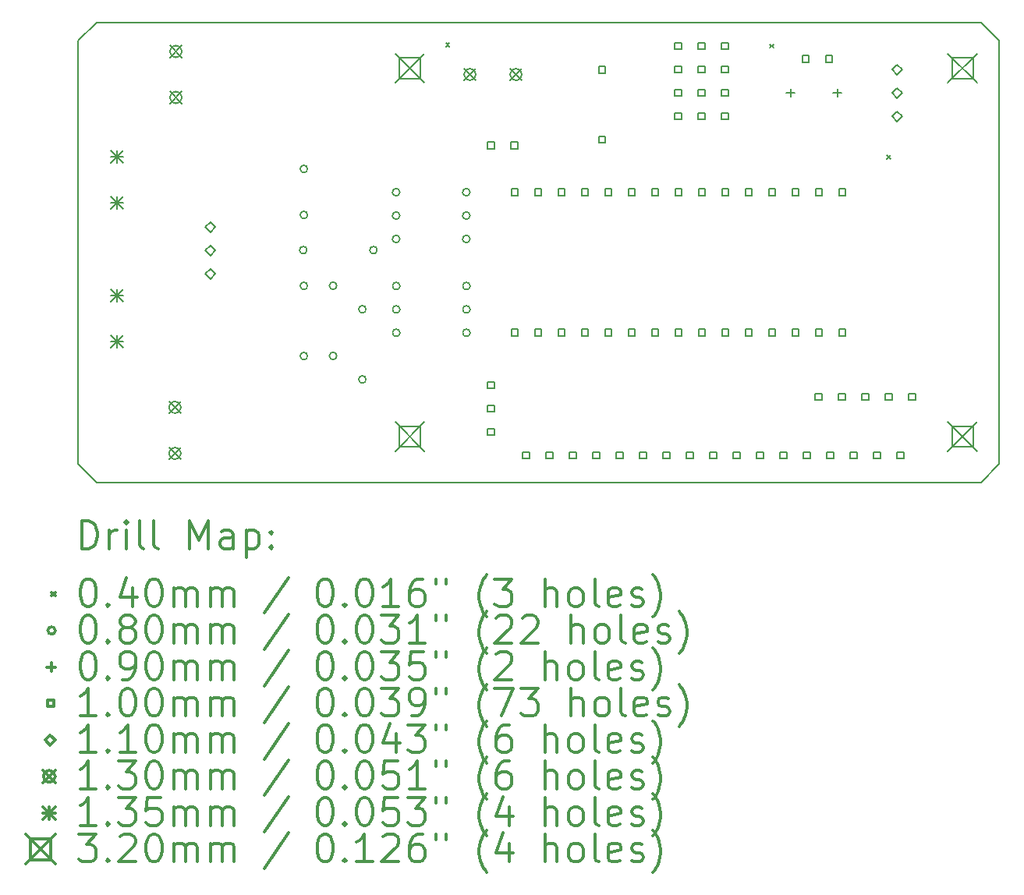
<source format=gbr>
%FSLAX45Y45*%
G04 Gerber Fmt 4.5, Leading zero omitted, Abs format (unit mm)*
G04 Created by KiCad (PCBNEW (5.1.6-0-10_14)) date 2020-05-23 01:17:42*
%MOMM*%
%LPD*%
G01*
G04 APERTURE LIST*
%TA.AperFunction,Profile*%
%ADD10C,0.150000*%
%TD*%
%ADD11C,0.200000*%
%ADD12C,0.300000*%
G04 APERTURE END LIST*
D10*
X19850000Y-11800000D02*
X10250000Y-11800000D01*
X10250000Y-6800000D02*
X19850000Y-6800000D01*
X20050000Y-7000000D02*
X19850000Y-6800000D01*
X20050000Y-11600000D02*
X20050000Y-7000000D01*
X19850000Y-11800000D02*
X20050000Y-11600000D01*
X10050000Y-7000000D02*
X10250000Y-6800000D01*
X10050000Y-11600000D02*
X10250000Y-11800000D01*
X10050000Y-7000000D02*
X10050000Y-11600000D01*
D11*
X14040482Y-7024726D02*
X14080482Y-7064726D01*
X14080482Y-7024726D02*
X14040482Y-7064726D01*
X17558500Y-7039000D02*
X17598500Y-7079000D01*
X17598500Y-7039000D02*
X17558500Y-7079000D01*
X18828500Y-8245500D02*
X18868500Y-8285500D01*
X18868500Y-8245500D02*
X18828500Y-8285500D01*
X12531882Y-9274926D02*
G75*
G03*
X12531882Y-9274926I-40000J0D01*
G01*
X13293882Y-9274926D02*
G75*
G03*
X13293882Y-9274926I-40000J0D01*
G01*
X13539882Y-8646500D02*
G75*
G03*
X13539882Y-8646500I-40000J0D01*
G01*
X13539882Y-8900500D02*
G75*
G03*
X13539882Y-8900500I-40000J0D01*
G01*
X13539882Y-9154500D02*
G75*
G03*
X13539882Y-9154500I-40000J0D01*
G01*
X14301882Y-8646500D02*
G75*
G03*
X14301882Y-8646500I-40000J0D01*
G01*
X14301882Y-8900500D02*
G75*
G03*
X14301882Y-8900500I-40000J0D01*
G01*
X14301882Y-9154500D02*
G75*
G03*
X14301882Y-9154500I-40000J0D01*
G01*
X12538500Y-9662500D02*
G75*
G03*
X12538500Y-9662500I-40000J0D01*
G01*
X12538500Y-10424500D02*
G75*
G03*
X12538500Y-10424500I-40000J0D01*
G01*
X13173500Y-9916500D02*
G75*
G03*
X13173500Y-9916500I-40000J0D01*
G01*
X13173500Y-10678500D02*
G75*
G03*
X13173500Y-10678500I-40000J0D01*
G01*
X13541882Y-9664926D02*
G75*
G03*
X13541882Y-9664926I-40000J0D01*
G01*
X13541882Y-9918926D02*
G75*
G03*
X13541882Y-9918926I-40000J0D01*
G01*
X13541882Y-10172926D02*
G75*
G03*
X13541882Y-10172926I-40000J0D01*
G01*
X14303882Y-9664926D02*
G75*
G03*
X14303882Y-9664926I-40000J0D01*
G01*
X14303882Y-9918926D02*
G75*
G03*
X14303882Y-9918926I-40000J0D01*
G01*
X14303882Y-10172926D02*
G75*
G03*
X14303882Y-10172926I-40000J0D01*
G01*
X12856000Y-9662500D02*
G75*
G03*
X12856000Y-9662500I-40000J0D01*
G01*
X12856000Y-10424500D02*
G75*
G03*
X12856000Y-10424500I-40000J0D01*
G01*
X12538500Y-8392500D02*
G75*
G03*
X12538500Y-8392500I-40000J0D01*
G01*
X12538500Y-8892500D02*
G75*
G03*
X12538500Y-8892500I-40000J0D01*
G01*
X17781882Y-7522000D02*
X17781882Y-7612000D01*
X17736882Y-7567000D02*
X17826882Y-7567000D01*
X18289882Y-7522000D02*
X18289882Y-7612000D01*
X18244882Y-7567000D02*
X18334882Y-7567000D01*
X16597856Y-7094356D02*
X16597856Y-7023644D01*
X16527144Y-7023644D01*
X16527144Y-7094356D01*
X16597856Y-7094356D01*
X16851856Y-7094356D02*
X16851856Y-7023644D01*
X16781144Y-7023644D01*
X16781144Y-7094356D01*
X16851856Y-7094356D01*
X17105856Y-7094356D02*
X17105856Y-7023644D01*
X17035144Y-7023644D01*
X17035144Y-7094356D01*
X17105856Y-7094356D01*
X14822238Y-8681282D02*
X14822238Y-8610570D01*
X14751526Y-8610570D01*
X14751526Y-8681282D01*
X14822238Y-8681282D01*
X14822238Y-10205282D02*
X14822238Y-10134570D01*
X14751526Y-10134570D01*
X14751526Y-10205282D01*
X14822238Y-10205282D01*
X15076238Y-8681282D02*
X15076238Y-8610570D01*
X15005526Y-8610570D01*
X15005526Y-8681282D01*
X15076238Y-8681282D01*
X15076238Y-10205282D02*
X15076238Y-10134570D01*
X15005526Y-10134570D01*
X15005526Y-10205282D01*
X15076238Y-10205282D01*
X15330238Y-8681282D02*
X15330238Y-8610570D01*
X15259526Y-8610570D01*
X15259526Y-8681282D01*
X15330238Y-8681282D01*
X15330238Y-10205282D02*
X15330238Y-10134570D01*
X15259526Y-10134570D01*
X15259526Y-10205282D01*
X15330238Y-10205282D01*
X15584238Y-8681282D02*
X15584238Y-8610570D01*
X15513526Y-8610570D01*
X15513526Y-8681282D01*
X15584238Y-8681282D01*
X15584238Y-10205282D02*
X15584238Y-10134570D01*
X15513526Y-10134570D01*
X15513526Y-10205282D01*
X15584238Y-10205282D01*
X15838238Y-8681282D02*
X15838238Y-8610570D01*
X15767526Y-8610570D01*
X15767526Y-8681282D01*
X15838238Y-8681282D01*
X15838238Y-10205282D02*
X15838238Y-10134570D01*
X15767526Y-10134570D01*
X15767526Y-10205282D01*
X15838238Y-10205282D01*
X16092238Y-8681282D02*
X16092238Y-8610570D01*
X16021526Y-8610570D01*
X16021526Y-8681282D01*
X16092238Y-8681282D01*
X16092238Y-10205282D02*
X16092238Y-10134570D01*
X16021526Y-10134570D01*
X16021526Y-10205282D01*
X16092238Y-10205282D01*
X16346238Y-8681282D02*
X16346238Y-8610570D01*
X16275526Y-8610570D01*
X16275526Y-8681282D01*
X16346238Y-8681282D01*
X16346238Y-10205282D02*
X16346238Y-10134570D01*
X16275526Y-10134570D01*
X16275526Y-10205282D01*
X16346238Y-10205282D01*
X16600238Y-8681282D02*
X16600238Y-8610570D01*
X16529526Y-8610570D01*
X16529526Y-8681282D01*
X16600238Y-8681282D01*
X16600238Y-10205282D02*
X16600238Y-10134570D01*
X16529526Y-10134570D01*
X16529526Y-10205282D01*
X16600238Y-10205282D01*
X16854238Y-8681282D02*
X16854238Y-8610570D01*
X16783526Y-8610570D01*
X16783526Y-8681282D01*
X16854238Y-8681282D01*
X16854238Y-10205282D02*
X16854238Y-10134570D01*
X16783526Y-10134570D01*
X16783526Y-10205282D01*
X16854238Y-10205282D01*
X17108238Y-8681282D02*
X17108238Y-8610570D01*
X17037526Y-8610570D01*
X17037526Y-8681282D01*
X17108238Y-8681282D01*
X17108238Y-10205282D02*
X17108238Y-10134570D01*
X17037526Y-10134570D01*
X17037526Y-10205282D01*
X17108238Y-10205282D01*
X17362238Y-8681282D02*
X17362238Y-8610570D01*
X17291526Y-8610570D01*
X17291526Y-8681282D01*
X17362238Y-8681282D01*
X17362238Y-10205282D02*
X17362238Y-10134570D01*
X17291526Y-10134570D01*
X17291526Y-10205282D01*
X17362238Y-10205282D01*
X17616238Y-8681282D02*
X17616238Y-8610570D01*
X17545526Y-8610570D01*
X17545526Y-8681282D01*
X17616238Y-8681282D01*
X17616238Y-10205282D02*
X17616238Y-10134570D01*
X17545526Y-10134570D01*
X17545526Y-10205282D01*
X17616238Y-10205282D01*
X17870238Y-8681282D02*
X17870238Y-8610570D01*
X17799526Y-8610570D01*
X17799526Y-8681282D01*
X17870238Y-8681282D01*
X17870238Y-10205282D02*
X17870238Y-10134570D01*
X17799526Y-10134570D01*
X17799526Y-10205282D01*
X17870238Y-10205282D01*
X18124238Y-8681282D02*
X18124238Y-8610570D01*
X18053526Y-8610570D01*
X18053526Y-8681282D01*
X18124238Y-8681282D01*
X18124238Y-10205282D02*
X18124238Y-10134570D01*
X18053526Y-10134570D01*
X18053526Y-10205282D01*
X18124238Y-10205282D01*
X18378238Y-8681282D02*
X18378238Y-8610570D01*
X18307526Y-8610570D01*
X18307526Y-8681282D01*
X18378238Y-8681282D01*
X18378238Y-10205282D02*
X18378238Y-10134570D01*
X18307526Y-10134570D01*
X18307526Y-10205282D01*
X18378238Y-10205282D01*
X14565856Y-8173856D02*
X14565856Y-8103144D01*
X14495144Y-8103144D01*
X14495144Y-8173856D01*
X14565856Y-8173856D01*
X14819856Y-8173856D02*
X14819856Y-8103144D01*
X14749144Y-8103144D01*
X14749144Y-8173856D01*
X14819856Y-8173856D01*
X16597856Y-7602356D02*
X16597856Y-7531644D01*
X16527144Y-7531644D01*
X16527144Y-7602356D01*
X16597856Y-7602356D01*
X16851856Y-7602356D02*
X16851856Y-7531644D01*
X16781144Y-7531644D01*
X16781144Y-7602356D01*
X16851856Y-7602356D01*
X17105856Y-7602356D02*
X17105856Y-7531644D01*
X17035144Y-7531644D01*
X17035144Y-7602356D01*
X17105856Y-7602356D01*
X14946856Y-11539356D02*
X14946856Y-11468644D01*
X14876144Y-11468644D01*
X14876144Y-11539356D01*
X14946856Y-11539356D01*
X15200856Y-11539356D02*
X15200856Y-11468644D01*
X15130144Y-11468644D01*
X15130144Y-11539356D01*
X15200856Y-11539356D01*
X15454856Y-11539356D02*
X15454856Y-11468644D01*
X15384144Y-11468644D01*
X15384144Y-11539356D01*
X15454856Y-11539356D01*
X15708856Y-11539356D02*
X15708856Y-11468644D01*
X15638144Y-11468644D01*
X15638144Y-11539356D01*
X15708856Y-11539356D01*
X15962856Y-11539356D02*
X15962856Y-11468644D01*
X15892144Y-11468644D01*
X15892144Y-11539356D01*
X15962856Y-11539356D01*
X16216856Y-11539356D02*
X16216856Y-11468644D01*
X16146144Y-11468644D01*
X16146144Y-11539356D01*
X16216856Y-11539356D01*
X16470856Y-11539356D02*
X16470856Y-11468644D01*
X16400144Y-11468644D01*
X16400144Y-11539356D01*
X16470856Y-11539356D01*
X16724856Y-11539356D02*
X16724856Y-11468644D01*
X16654144Y-11468644D01*
X16654144Y-11539356D01*
X16724856Y-11539356D01*
X16978856Y-11539356D02*
X16978856Y-11468644D01*
X16908144Y-11468644D01*
X16908144Y-11539356D01*
X16978856Y-11539356D01*
X17232856Y-11539356D02*
X17232856Y-11468644D01*
X17162144Y-11468644D01*
X17162144Y-11539356D01*
X17232856Y-11539356D01*
X17486856Y-11539356D02*
X17486856Y-11468644D01*
X17416144Y-11468644D01*
X17416144Y-11539356D01*
X17486856Y-11539356D01*
X17740856Y-11539356D02*
X17740856Y-11468644D01*
X17670144Y-11468644D01*
X17670144Y-11539356D01*
X17740856Y-11539356D01*
X17994856Y-11539356D02*
X17994856Y-11468644D01*
X17924144Y-11468644D01*
X17924144Y-11539356D01*
X17994856Y-11539356D01*
X18248856Y-11539356D02*
X18248856Y-11468644D01*
X18178144Y-11468644D01*
X18178144Y-11539356D01*
X18248856Y-11539356D01*
X18502856Y-11539356D02*
X18502856Y-11468644D01*
X18432144Y-11468644D01*
X18432144Y-11539356D01*
X18502856Y-11539356D01*
X18756856Y-11539356D02*
X18756856Y-11468644D01*
X18686144Y-11468644D01*
X18686144Y-11539356D01*
X18756856Y-11539356D01*
X19010856Y-11539356D02*
X19010856Y-11468644D01*
X18940144Y-11468644D01*
X18940144Y-11539356D01*
X19010856Y-11539356D01*
X15772356Y-7350356D02*
X15772356Y-7279644D01*
X15701644Y-7279644D01*
X15701644Y-7350356D01*
X15772356Y-7350356D01*
X15772356Y-8110356D02*
X15772356Y-8039644D01*
X15701644Y-8039644D01*
X15701644Y-8110356D01*
X15772356Y-8110356D01*
X17982038Y-7232482D02*
X17982038Y-7161770D01*
X17911326Y-7161770D01*
X17911326Y-7232482D01*
X17982038Y-7232482D01*
X18236038Y-7232482D02*
X18236038Y-7161770D01*
X18165326Y-7161770D01*
X18165326Y-7232482D01*
X18236038Y-7232482D01*
X16597856Y-7348356D02*
X16597856Y-7277644D01*
X16527144Y-7277644D01*
X16527144Y-7348356D01*
X16597856Y-7348356D01*
X16851856Y-7348356D02*
X16851856Y-7277644D01*
X16781144Y-7277644D01*
X16781144Y-7348356D01*
X16851856Y-7348356D01*
X17105856Y-7348356D02*
X17105856Y-7277644D01*
X17035144Y-7277644D01*
X17035144Y-7348356D01*
X17105856Y-7348356D01*
X14565856Y-10777356D02*
X14565856Y-10706644D01*
X14495144Y-10706644D01*
X14495144Y-10777356D01*
X14565856Y-10777356D01*
X14565856Y-11031356D02*
X14565856Y-10960644D01*
X14495144Y-10960644D01*
X14495144Y-11031356D01*
X14565856Y-11031356D01*
X14565856Y-11285356D02*
X14565856Y-11214644D01*
X14495144Y-11214644D01*
X14495144Y-11285356D01*
X14565856Y-11285356D01*
X16597856Y-7856356D02*
X16597856Y-7785644D01*
X16527144Y-7785644D01*
X16527144Y-7856356D01*
X16597856Y-7856356D01*
X16851856Y-7856356D02*
X16851856Y-7785644D01*
X16781144Y-7785644D01*
X16781144Y-7856356D01*
X16851856Y-7856356D01*
X17105856Y-7856356D02*
X17105856Y-7785644D01*
X17035144Y-7785644D01*
X17035144Y-7856356D01*
X17105856Y-7856356D01*
X18121856Y-10904356D02*
X18121856Y-10833644D01*
X18051144Y-10833644D01*
X18051144Y-10904356D01*
X18121856Y-10904356D01*
X18375856Y-10904356D02*
X18375856Y-10833644D01*
X18305144Y-10833644D01*
X18305144Y-10904356D01*
X18375856Y-10904356D01*
X18629856Y-10904356D02*
X18629856Y-10833644D01*
X18559144Y-10833644D01*
X18559144Y-10904356D01*
X18629856Y-10904356D01*
X18883856Y-10904356D02*
X18883856Y-10833644D01*
X18813144Y-10833644D01*
X18813144Y-10904356D01*
X18883856Y-10904356D01*
X19137856Y-10904356D02*
X19137856Y-10833644D01*
X19067144Y-10833644D01*
X19067144Y-10904356D01*
X19137856Y-10904356D01*
X11482382Y-9080926D02*
X11537382Y-9025926D01*
X11482382Y-8970926D01*
X11427382Y-9025926D01*
X11482382Y-9080926D01*
X11482382Y-9334926D02*
X11537382Y-9279926D01*
X11482382Y-9224926D01*
X11427382Y-9279926D01*
X11482382Y-9334926D01*
X11482382Y-9588926D02*
X11537382Y-9533926D01*
X11482382Y-9478926D01*
X11427382Y-9533926D01*
X11482382Y-9588926D01*
X18937282Y-7368000D02*
X18992282Y-7313000D01*
X18937282Y-7258000D01*
X18882282Y-7313000D01*
X18937282Y-7368000D01*
X18937282Y-7622000D02*
X18992282Y-7567000D01*
X18937282Y-7512000D01*
X18882282Y-7567000D01*
X18937282Y-7622000D01*
X18937282Y-7876000D02*
X18992282Y-7821000D01*
X18937282Y-7766000D01*
X18882282Y-7821000D01*
X18937282Y-7876000D01*
X11044382Y-7052426D02*
X11174382Y-7182426D01*
X11174382Y-7052426D02*
X11044382Y-7182426D01*
X11174382Y-7117426D02*
G75*
G03*
X11174382Y-7117426I-65000J0D01*
G01*
X11044382Y-7552426D02*
X11174382Y-7682426D01*
X11174382Y-7552426D02*
X11044382Y-7682426D01*
X11174382Y-7617426D02*
G75*
G03*
X11174382Y-7617426I-65000J0D01*
G01*
X14236882Y-7302426D02*
X14366882Y-7432426D01*
X14366882Y-7302426D02*
X14236882Y-7432426D01*
X14366882Y-7367426D02*
G75*
G03*
X14366882Y-7367426I-65000J0D01*
G01*
X14736882Y-7302426D02*
X14866882Y-7432426D01*
X14866882Y-7302426D02*
X14736882Y-7432426D01*
X14866882Y-7367426D02*
G75*
G03*
X14866882Y-7367426I-65000J0D01*
G01*
X11034382Y-10917426D02*
X11164382Y-11047426D01*
X11164382Y-10917426D02*
X11034382Y-11047426D01*
X11164382Y-10982426D02*
G75*
G03*
X11164382Y-10982426I-65000J0D01*
G01*
X11034382Y-11417426D02*
X11164382Y-11547426D01*
X11164382Y-11417426D02*
X11034382Y-11547426D01*
X11164382Y-11482426D02*
G75*
G03*
X11164382Y-11482426I-65000J0D01*
G01*
X10398882Y-8196426D02*
X10533882Y-8331426D01*
X10533882Y-8196426D02*
X10398882Y-8331426D01*
X10466382Y-8196426D02*
X10466382Y-8331426D01*
X10398882Y-8263926D02*
X10533882Y-8263926D01*
X10398882Y-8696426D02*
X10533882Y-8831426D01*
X10533882Y-8696426D02*
X10398882Y-8831426D01*
X10466382Y-8696426D02*
X10466382Y-8831426D01*
X10398882Y-8763926D02*
X10533882Y-8763926D01*
X10398882Y-9696426D02*
X10533882Y-9831426D01*
X10533882Y-9696426D02*
X10398882Y-9831426D01*
X10466382Y-9696426D02*
X10466382Y-9831426D01*
X10398882Y-9763926D02*
X10533882Y-9763926D01*
X10398882Y-10196426D02*
X10533882Y-10331426D01*
X10533882Y-10196426D02*
X10398882Y-10331426D01*
X10466382Y-10196426D02*
X10466382Y-10331426D01*
X10398882Y-10263926D02*
X10533882Y-10263926D01*
X13489314Y-11139098D02*
X13809314Y-11459098D01*
X13809314Y-11139098D02*
X13489314Y-11459098D01*
X13762452Y-11412236D02*
X13762452Y-11185960D01*
X13536176Y-11185960D01*
X13536176Y-11412236D01*
X13762452Y-11412236D01*
X19489314Y-7139098D02*
X19809314Y-7459098D01*
X19809314Y-7139098D02*
X19489314Y-7459098D01*
X19762452Y-7412236D02*
X19762452Y-7185960D01*
X19536176Y-7185960D01*
X19536176Y-7412236D01*
X19762452Y-7412236D01*
X19489314Y-11139098D02*
X19809314Y-11459098D01*
X19809314Y-11139098D02*
X19489314Y-11459098D01*
X19762452Y-11412236D02*
X19762452Y-11185960D01*
X19536176Y-11185960D01*
X19536176Y-11412236D01*
X19762452Y-11412236D01*
X13489314Y-7139098D02*
X13809314Y-7459098D01*
X13809314Y-7139098D02*
X13489314Y-7459098D01*
X13762452Y-7412236D02*
X13762452Y-7185960D01*
X13536176Y-7185960D01*
X13536176Y-7412236D01*
X13762452Y-7412236D01*
D12*
X10086429Y-12515714D02*
X10086429Y-12215714D01*
X10157857Y-12215714D01*
X10200714Y-12230000D01*
X10229286Y-12258571D01*
X10243571Y-12287143D01*
X10257857Y-12344286D01*
X10257857Y-12387143D01*
X10243571Y-12444286D01*
X10229286Y-12472857D01*
X10200714Y-12501428D01*
X10157857Y-12515714D01*
X10086429Y-12515714D01*
X10386429Y-12515714D02*
X10386429Y-12315714D01*
X10386429Y-12372857D02*
X10400714Y-12344286D01*
X10415000Y-12330000D01*
X10443571Y-12315714D01*
X10472143Y-12315714D01*
X10572143Y-12515714D02*
X10572143Y-12315714D01*
X10572143Y-12215714D02*
X10557857Y-12230000D01*
X10572143Y-12244286D01*
X10586429Y-12230000D01*
X10572143Y-12215714D01*
X10572143Y-12244286D01*
X10757857Y-12515714D02*
X10729286Y-12501428D01*
X10715000Y-12472857D01*
X10715000Y-12215714D01*
X10915000Y-12515714D02*
X10886429Y-12501428D01*
X10872143Y-12472857D01*
X10872143Y-12215714D01*
X11257857Y-12515714D02*
X11257857Y-12215714D01*
X11357857Y-12430000D01*
X11457857Y-12215714D01*
X11457857Y-12515714D01*
X11729286Y-12515714D02*
X11729286Y-12358571D01*
X11715000Y-12330000D01*
X11686428Y-12315714D01*
X11629286Y-12315714D01*
X11600714Y-12330000D01*
X11729286Y-12501428D02*
X11700714Y-12515714D01*
X11629286Y-12515714D01*
X11600714Y-12501428D01*
X11586428Y-12472857D01*
X11586428Y-12444286D01*
X11600714Y-12415714D01*
X11629286Y-12401428D01*
X11700714Y-12401428D01*
X11729286Y-12387143D01*
X11872143Y-12315714D02*
X11872143Y-12615714D01*
X11872143Y-12330000D02*
X11900714Y-12315714D01*
X11957857Y-12315714D01*
X11986428Y-12330000D01*
X12000714Y-12344286D01*
X12015000Y-12372857D01*
X12015000Y-12458571D01*
X12000714Y-12487143D01*
X11986428Y-12501428D01*
X11957857Y-12515714D01*
X11900714Y-12515714D01*
X11872143Y-12501428D01*
X12143571Y-12487143D02*
X12157857Y-12501428D01*
X12143571Y-12515714D01*
X12129286Y-12501428D01*
X12143571Y-12487143D01*
X12143571Y-12515714D01*
X12143571Y-12330000D02*
X12157857Y-12344286D01*
X12143571Y-12358571D01*
X12129286Y-12344286D01*
X12143571Y-12330000D01*
X12143571Y-12358571D01*
X9760000Y-12990000D02*
X9800000Y-13030000D01*
X9800000Y-12990000D02*
X9760000Y-13030000D01*
X10143571Y-12845714D02*
X10172143Y-12845714D01*
X10200714Y-12860000D01*
X10215000Y-12874286D01*
X10229286Y-12902857D01*
X10243571Y-12960000D01*
X10243571Y-13031428D01*
X10229286Y-13088571D01*
X10215000Y-13117143D01*
X10200714Y-13131428D01*
X10172143Y-13145714D01*
X10143571Y-13145714D01*
X10115000Y-13131428D01*
X10100714Y-13117143D01*
X10086429Y-13088571D01*
X10072143Y-13031428D01*
X10072143Y-12960000D01*
X10086429Y-12902857D01*
X10100714Y-12874286D01*
X10115000Y-12860000D01*
X10143571Y-12845714D01*
X10372143Y-13117143D02*
X10386429Y-13131428D01*
X10372143Y-13145714D01*
X10357857Y-13131428D01*
X10372143Y-13117143D01*
X10372143Y-13145714D01*
X10643571Y-12945714D02*
X10643571Y-13145714D01*
X10572143Y-12831428D02*
X10500714Y-13045714D01*
X10686429Y-13045714D01*
X10857857Y-12845714D02*
X10886429Y-12845714D01*
X10915000Y-12860000D01*
X10929286Y-12874286D01*
X10943571Y-12902857D01*
X10957857Y-12960000D01*
X10957857Y-13031428D01*
X10943571Y-13088571D01*
X10929286Y-13117143D01*
X10915000Y-13131428D01*
X10886429Y-13145714D01*
X10857857Y-13145714D01*
X10829286Y-13131428D01*
X10815000Y-13117143D01*
X10800714Y-13088571D01*
X10786429Y-13031428D01*
X10786429Y-12960000D01*
X10800714Y-12902857D01*
X10815000Y-12874286D01*
X10829286Y-12860000D01*
X10857857Y-12845714D01*
X11086429Y-13145714D02*
X11086429Y-12945714D01*
X11086429Y-12974286D02*
X11100714Y-12960000D01*
X11129286Y-12945714D01*
X11172143Y-12945714D01*
X11200714Y-12960000D01*
X11215000Y-12988571D01*
X11215000Y-13145714D01*
X11215000Y-12988571D02*
X11229286Y-12960000D01*
X11257857Y-12945714D01*
X11300714Y-12945714D01*
X11329286Y-12960000D01*
X11343571Y-12988571D01*
X11343571Y-13145714D01*
X11486428Y-13145714D02*
X11486428Y-12945714D01*
X11486428Y-12974286D02*
X11500714Y-12960000D01*
X11529286Y-12945714D01*
X11572143Y-12945714D01*
X11600714Y-12960000D01*
X11615000Y-12988571D01*
X11615000Y-13145714D01*
X11615000Y-12988571D02*
X11629286Y-12960000D01*
X11657857Y-12945714D01*
X11700714Y-12945714D01*
X11729286Y-12960000D01*
X11743571Y-12988571D01*
X11743571Y-13145714D01*
X12329286Y-12831428D02*
X12072143Y-13217143D01*
X12715000Y-12845714D02*
X12743571Y-12845714D01*
X12772143Y-12860000D01*
X12786428Y-12874286D01*
X12800714Y-12902857D01*
X12815000Y-12960000D01*
X12815000Y-13031428D01*
X12800714Y-13088571D01*
X12786428Y-13117143D01*
X12772143Y-13131428D01*
X12743571Y-13145714D01*
X12715000Y-13145714D01*
X12686428Y-13131428D01*
X12672143Y-13117143D01*
X12657857Y-13088571D01*
X12643571Y-13031428D01*
X12643571Y-12960000D01*
X12657857Y-12902857D01*
X12672143Y-12874286D01*
X12686428Y-12860000D01*
X12715000Y-12845714D01*
X12943571Y-13117143D02*
X12957857Y-13131428D01*
X12943571Y-13145714D01*
X12929286Y-13131428D01*
X12943571Y-13117143D01*
X12943571Y-13145714D01*
X13143571Y-12845714D02*
X13172143Y-12845714D01*
X13200714Y-12860000D01*
X13215000Y-12874286D01*
X13229286Y-12902857D01*
X13243571Y-12960000D01*
X13243571Y-13031428D01*
X13229286Y-13088571D01*
X13215000Y-13117143D01*
X13200714Y-13131428D01*
X13172143Y-13145714D01*
X13143571Y-13145714D01*
X13115000Y-13131428D01*
X13100714Y-13117143D01*
X13086428Y-13088571D01*
X13072143Y-13031428D01*
X13072143Y-12960000D01*
X13086428Y-12902857D01*
X13100714Y-12874286D01*
X13115000Y-12860000D01*
X13143571Y-12845714D01*
X13529286Y-13145714D02*
X13357857Y-13145714D01*
X13443571Y-13145714D02*
X13443571Y-12845714D01*
X13415000Y-12888571D01*
X13386428Y-12917143D01*
X13357857Y-12931428D01*
X13786428Y-12845714D02*
X13729286Y-12845714D01*
X13700714Y-12860000D01*
X13686428Y-12874286D01*
X13657857Y-12917143D01*
X13643571Y-12974286D01*
X13643571Y-13088571D01*
X13657857Y-13117143D01*
X13672143Y-13131428D01*
X13700714Y-13145714D01*
X13757857Y-13145714D01*
X13786428Y-13131428D01*
X13800714Y-13117143D01*
X13815000Y-13088571D01*
X13815000Y-13017143D01*
X13800714Y-12988571D01*
X13786428Y-12974286D01*
X13757857Y-12960000D01*
X13700714Y-12960000D01*
X13672143Y-12974286D01*
X13657857Y-12988571D01*
X13643571Y-13017143D01*
X13929286Y-12845714D02*
X13929286Y-12902857D01*
X14043571Y-12845714D02*
X14043571Y-12902857D01*
X14486428Y-13260000D02*
X14472143Y-13245714D01*
X14443571Y-13202857D01*
X14429286Y-13174286D01*
X14415000Y-13131428D01*
X14400714Y-13060000D01*
X14400714Y-13002857D01*
X14415000Y-12931428D01*
X14429286Y-12888571D01*
X14443571Y-12860000D01*
X14472143Y-12817143D01*
X14486428Y-12802857D01*
X14572143Y-12845714D02*
X14757857Y-12845714D01*
X14657857Y-12960000D01*
X14700714Y-12960000D01*
X14729286Y-12974286D01*
X14743571Y-12988571D01*
X14757857Y-13017143D01*
X14757857Y-13088571D01*
X14743571Y-13117143D01*
X14729286Y-13131428D01*
X14700714Y-13145714D01*
X14615000Y-13145714D01*
X14586428Y-13131428D01*
X14572143Y-13117143D01*
X15115000Y-13145714D02*
X15115000Y-12845714D01*
X15243571Y-13145714D02*
X15243571Y-12988571D01*
X15229286Y-12960000D01*
X15200714Y-12945714D01*
X15157857Y-12945714D01*
X15129286Y-12960000D01*
X15115000Y-12974286D01*
X15429286Y-13145714D02*
X15400714Y-13131428D01*
X15386428Y-13117143D01*
X15372143Y-13088571D01*
X15372143Y-13002857D01*
X15386428Y-12974286D01*
X15400714Y-12960000D01*
X15429286Y-12945714D01*
X15472143Y-12945714D01*
X15500714Y-12960000D01*
X15515000Y-12974286D01*
X15529286Y-13002857D01*
X15529286Y-13088571D01*
X15515000Y-13117143D01*
X15500714Y-13131428D01*
X15472143Y-13145714D01*
X15429286Y-13145714D01*
X15700714Y-13145714D02*
X15672143Y-13131428D01*
X15657857Y-13102857D01*
X15657857Y-12845714D01*
X15929286Y-13131428D02*
X15900714Y-13145714D01*
X15843571Y-13145714D01*
X15815000Y-13131428D01*
X15800714Y-13102857D01*
X15800714Y-12988571D01*
X15815000Y-12960000D01*
X15843571Y-12945714D01*
X15900714Y-12945714D01*
X15929286Y-12960000D01*
X15943571Y-12988571D01*
X15943571Y-13017143D01*
X15800714Y-13045714D01*
X16057857Y-13131428D02*
X16086428Y-13145714D01*
X16143571Y-13145714D01*
X16172143Y-13131428D01*
X16186428Y-13102857D01*
X16186428Y-13088571D01*
X16172143Y-13060000D01*
X16143571Y-13045714D01*
X16100714Y-13045714D01*
X16072143Y-13031428D01*
X16057857Y-13002857D01*
X16057857Y-12988571D01*
X16072143Y-12960000D01*
X16100714Y-12945714D01*
X16143571Y-12945714D01*
X16172143Y-12960000D01*
X16286428Y-13260000D02*
X16300714Y-13245714D01*
X16329286Y-13202857D01*
X16343571Y-13174286D01*
X16357857Y-13131428D01*
X16372143Y-13060000D01*
X16372143Y-13002857D01*
X16357857Y-12931428D01*
X16343571Y-12888571D01*
X16329286Y-12860000D01*
X16300714Y-12817143D01*
X16286428Y-12802857D01*
X9800000Y-13406000D02*
G75*
G03*
X9800000Y-13406000I-40000J0D01*
G01*
X10143571Y-13241714D02*
X10172143Y-13241714D01*
X10200714Y-13256000D01*
X10215000Y-13270286D01*
X10229286Y-13298857D01*
X10243571Y-13356000D01*
X10243571Y-13427428D01*
X10229286Y-13484571D01*
X10215000Y-13513143D01*
X10200714Y-13527428D01*
X10172143Y-13541714D01*
X10143571Y-13541714D01*
X10115000Y-13527428D01*
X10100714Y-13513143D01*
X10086429Y-13484571D01*
X10072143Y-13427428D01*
X10072143Y-13356000D01*
X10086429Y-13298857D01*
X10100714Y-13270286D01*
X10115000Y-13256000D01*
X10143571Y-13241714D01*
X10372143Y-13513143D02*
X10386429Y-13527428D01*
X10372143Y-13541714D01*
X10357857Y-13527428D01*
X10372143Y-13513143D01*
X10372143Y-13541714D01*
X10557857Y-13370286D02*
X10529286Y-13356000D01*
X10515000Y-13341714D01*
X10500714Y-13313143D01*
X10500714Y-13298857D01*
X10515000Y-13270286D01*
X10529286Y-13256000D01*
X10557857Y-13241714D01*
X10615000Y-13241714D01*
X10643571Y-13256000D01*
X10657857Y-13270286D01*
X10672143Y-13298857D01*
X10672143Y-13313143D01*
X10657857Y-13341714D01*
X10643571Y-13356000D01*
X10615000Y-13370286D01*
X10557857Y-13370286D01*
X10529286Y-13384571D01*
X10515000Y-13398857D01*
X10500714Y-13427428D01*
X10500714Y-13484571D01*
X10515000Y-13513143D01*
X10529286Y-13527428D01*
X10557857Y-13541714D01*
X10615000Y-13541714D01*
X10643571Y-13527428D01*
X10657857Y-13513143D01*
X10672143Y-13484571D01*
X10672143Y-13427428D01*
X10657857Y-13398857D01*
X10643571Y-13384571D01*
X10615000Y-13370286D01*
X10857857Y-13241714D02*
X10886429Y-13241714D01*
X10915000Y-13256000D01*
X10929286Y-13270286D01*
X10943571Y-13298857D01*
X10957857Y-13356000D01*
X10957857Y-13427428D01*
X10943571Y-13484571D01*
X10929286Y-13513143D01*
X10915000Y-13527428D01*
X10886429Y-13541714D01*
X10857857Y-13541714D01*
X10829286Y-13527428D01*
X10815000Y-13513143D01*
X10800714Y-13484571D01*
X10786429Y-13427428D01*
X10786429Y-13356000D01*
X10800714Y-13298857D01*
X10815000Y-13270286D01*
X10829286Y-13256000D01*
X10857857Y-13241714D01*
X11086429Y-13541714D02*
X11086429Y-13341714D01*
X11086429Y-13370286D02*
X11100714Y-13356000D01*
X11129286Y-13341714D01*
X11172143Y-13341714D01*
X11200714Y-13356000D01*
X11215000Y-13384571D01*
X11215000Y-13541714D01*
X11215000Y-13384571D02*
X11229286Y-13356000D01*
X11257857Y-13341714D01*
X11300714Y-13341714D01*
X11329286Y-13356000D01*
X11343571Y-13384571D01*
X11343571Y-13541714D01*
X11486428Y-13541714D02*
X11486428Y-13341714D01*
X11486428Y-13370286D02*
X11500714Y-13356000D01*
X11529286Y-13341714D01*
X11572143Y-13341714D01*
X11600714Y-13356000D01*
X11615000Y-13384571D01*
X11615000Y-13541714D01*
X11615000Y-13384571D02*
X11629286Y-13356000D01*
X11657857Y-13341714D01*
X11700714Y-13341714D01*
X11729286Y-13356000D01*
X11743571Y-13384571D01*
X11743571Y-13541714D01*
X12329286Y-13227428D02*
X12072143Y-13613143D01*
X12715000Y-13241714D02*
X12743571Y-13241714D01*
X12772143Y-13256000D01*
X12786428Y-13270286D01*
X12800714Y-13298857D01*
X12815000Y-13356000D01*
X12815000Y-13427428D01*
X12800714Y-13484571D01*
X12786428Y-13513143D01*
X12772143Y-13527428D01*
X12743571Y-13541714D01*
X12715000Y-13541714D01*
X12686428Y-13527428D01*
X12672143Y-13513143D01*
X12657857Y-13484571D01*
X12643571Y-13427428D01*
X12643571Y-13356000D01*
X12657857Y-13298857D01*
X12672143Y-13270286D01*
X12686428Y-13256000D01*
X12715000Y-13241714D01*
X12943571Y-13513143D02*
X12957857Y-13527428D01*
X12943571Y-13541714D01*
X12929286Y-13527428D01*
X12943571Y-13513143D01*
X12943571Y-13541714D01*
X13143571Y-13241714D02*
X13172143Y-13241714D01*
X13200714Y-13256000D01*
X13215000Y-13270286D01*
X13229286Y-13298857D01*
X13243571Y-13356000D01*
X13243571Y-13427428D01*
X13229286Y-13484571D01*
X13215000Y-13513143D01*
X13200714Y-13527428D01*
X13172143Y-13541714D01*
X13143571Y-13541714D01*
X13115000Y-13527428D01*
X13100714Y-13513143D01*
X13086428Y-13484571D01*
X13072143Y-13427428D01*
X13072143Y-13356000D01*
X13086428Y-13298857D01*
X13100714Y-13270286D01*
X13115000Y-13256000D01*
X13143571Y-13241714D01*
X13343571Y-13241714D02*
X13529286Y-13241714D01*
X13429286Y-13356000D01*
X13472143Y-13356000D01*
X13500714Y-13370286D01*
X13515000Y-13384571D01*
X13529286Y-13413143D01*
X13529286Y-13484571D01*
X13515000Y-13513143D01*
X13500714Y-13527428D01*
X13472143Y-13541714D01*
X13386428Y-13541714D01*
X13357857Y-13527428D01*
X13343571Y-13513143D01*
X13815000Y-13541714D02*
X13643571Y-13541714D01*
X13729286Y-13541714D02*
X13729286Y-13241714D01*
X13700714Y-13284571D01*
X13672143Y-13313143D01*
X13643571Y-13327428D01*
X13929286Y-13241714D02*
X13929286Y-13298857D01*
X14043571Y-13241714D02*
X14043571Y-13298857D01*
X14486428Y-13656000D02*
X14472143Y-13641714D01*
X14443571Y-13598857D01*
X14429286Y-13570286D01*
X14415000Y-13527428D01*
X14400714Y-13456000D01*
X14400714Y-13398857D01*
X14415000Y-13327428D01*
X14429286Y-13284571D01*
X14443571Y-13256000D01*
X14472143Y-13213143D01*
X14486428Y-13198857D01*
X14586428Y-13270286D02*
X14600714Y-13256000D01*
X14629286Y-13241714D01*
X14700714Y-13241714D01*
X14729286Y-13256000D01*
X14743571Y-13270286D01*
X14757857Y-13298857D01*
X14757857Y-13327428D01*
X14743571Y-13370286D01*
X14572143Y-13541714D01*
X14757857Y-13541714D01*
X14872143Y-13270286D02*
X14886428Y-13256000D01*
X14915000Y-13241714D01*
X14986428Y-13241714D01*
X15015000Y-13256000D01*
X15029286Y-13270286D01*
X15043571Y-13298857D01*
X15043571Y-13327428D01*
X15029286Y-13370286D01*
X14857857Y-13541714D01*
X15043571Y-13541714D01*
X15400714Y-13541714D02*
X15400714Y-13241714D01*
X15529286Y-13541714D02*
X15529286Y-13384571D01*
X15515000Y-13356000D01*
X15486428Y-13341714D01*
X15443571Y-13341714D01*
X15415000Y-13356000D01*
X15400714Y-13370286D01*
X15715000Y-13541714D02*
X15686428Y-13527428D01*
X15672143Y-13513143D01*
X15657857Y-13484571D01*
X15657857Y-13398857D01*
X15672143Y-13370286D01*
X15686428Y-13356000D01*
X15715000Y-13341714D01*
X15757857Y-13341714D01*
X15786428Y-13356000D01*
X15800714Y-13370286D01*
X15815000Y-13398857D01*
X15815000Y-13484571D01*
X15800714Y-13513143D01*
X15786428Y-13527428D01*
X15757857Y-13541714D01*
X15715000Y-13541714D01*
X15986428Y-13541714D02*
X15957857Y-13527428D01*
X15943571Y-13498857D01*
X15943571Y-13241714D01*
X16215000Y-13527428D02*
X16186428Y-13541714D01*
X16129286Y-13541714D01*
X16100714Y-13527428D01*
X16086428Y-13498857D01*
X16086428Y-13384571D01*
X16100714Y-13356000D01*
X16129286Y-13341714D01*
X16186428Y-13341714D01*
X16215000Y-13356000D01*
X16229286Y-13384571D01*
X16229286Y-13413143D01*
X16086428Y-13441714D01*
X16343571Y-13527428D02*
X16372143Y-13541714D01*
X16429286Y-13541714D01*
X16457857Y-13527428D01*
X16472143Y-13498857D01*
X16472143Y-13484571D01*
X16457857Y-13456000D01*
X16429286Y-13441714D01*
X16386428Y-13441714D01*
X16357857Y-13427428D01*
X16343571Y-13398857D01*
X16343571Y-13384571D01*
X16357857Y-13356000D01*
X16386428Y-13341714D01*
X16429286Y-13341714D01*
X16457857Y-13356000D01*
X16572143Y-13656000D02*
X16586428Y-13641714D01*
X16615000Y-13598857D01*
X16629286Y-13570286D01*
X16643571Y-13527428D01*
X16657857Y-13456000D01*
X16657857Y-13398857D01*
X16643571Y-13327428D01*
X16629286Y-13284571D01*
X16615000Y-13256000D01*
X16586428Y-13213143D01*
X16572143Y-13198857D01*
X9755000Y-13757000D02*
X9755000Y-13847000D01*
X9710000Y-13802000D02*
X9800000Y-13802000D01*
X10143571Y-13637714D02*
X10172143Y-13637714D01*
X10200714Y-13652000D01*
X10215000Y-13666286D01*
X10229286Y-13694857D01*
X10243571Y-13752000D01*
X10243571Y-13823428D01*
X10229286Y-13880571D01*
X10215000Y-13909143D01*
X10200714Y-13923428D01*
X10172143Y-13937714D01*
X10143571Y-13937714D01*
X10115000Y-13923428D01*
X10100714Y-13909143D01*
X10086429Y-13880571D01*
X10072143Y-13823428D01*
X10072143Y-13752000D01*
X10086429Y-13694857D01*
X10100714Y-13666286D01*
X10115000Y-13652000D01*
X10143571Y-13637714D01*
X10372143Y-13909143D02*
X10386429Y-13923428D01*
X10372143Y-13937714D01*
X10357857Y-13923428D01*
X10372143Y-13909143D01*
X10372143Y-13937714D01*
X10529286Y-13937714D02*
X10586429Y-13937714D01*
X10615000Y-13923428D01*
X10629286Y-13909143D01*
X10657857Y-13866286D01*
X10672143Y-13809143D01*
X10672143Y-13694857D01*
X10657857Y-13666286D01*
X10643571Y-13652000D01*
X10615000Y-13637714D01*
X10557857Y-13637714D01*
X10529286Y-13652000D01*
X10515000Y-13666286D01*
X10500714Y-13694857D01*
X10500714Y-13766286D01*
X10515000Y-13794857D01*
X10529286Y-13809143D01*
X10557857Y-13823428D01*
X10615000Y-13823428D01*
X10643571Y-13809143D01*
X10657857Y-13794857D01*
X10672143Y-13766286D01*
X10857857Y-13637714D02*
X10886429Y-13637714D01*
X10915000Y-13652000D01*
X10929286Y-13666286D01*
X10943571Y-13694857D01*
X10957857Y-13752000D01*
X10957857Y-13823428D01*
X10943571Y-13880571D01*
X10929286Y-13909143D01*
X10915000Y-13923428D01*
X10886429Y-13937714D01*
X10857857Y-13937714D01*
X10829286Y-13923428D01*
X10815000Y-13909143D01*
X10800714Y-13880571D01*
X10786429Y-13823428D01*
X10786429Y-13752000D01*
X10800714Y-13694857D01*
X10815000Y-13666286D01*
X10829286Y-13652000D01*
X10857857Y-13637714D01*
X11086429Y-13937714D02*
X11086429Y-13737714D01*
X11086429Y-13766286D02*
X11100714Y-13752000D01*
X11129286Y-13737714D01*
X11172143Y-13737714D01*
X11200714Y-13752000D01*
X11215000Y-13780571D01*
X11215000Y-13937714D01*
X11215000Y-13780571D02*
X11229286Y-13752000D01*
X11257857Y-13737714D01*
X11300714Y-13737714D01*
X11329286Y-13752000D01*
X11343571Y-13780571D01*
X11343571Y-13937714D01*
X11486428Y-13937714D02*
X11486428Y-13737714D01*
X11486428Y-13766286D02*
X11500714Y-13752000D01*
X11529286Y-13737714D01*
X11572143Y-13737714D01*
X11600714Y-13752000D01*
X11615000Y-13780571D01*
X11615000Y-13937714D01*
X11615000Y-13780571D02*
X11629286Y-13752000D01*
X11657857Y-13737714D01*
X11700714Y-13737714D01*
X11729286Y-13752000D01*
X11743571Y-13780571D01*
X11743571Y-13937714D01*
X12329286Y-13623428D02*
X12072143Y-14009143D01*
X12715000Y-13637714D02*
X12743571Y-13637714D01*
X12772143Y-13652000D01*
X12786428Y-13666286D01*
X12800714Y-13694857D01*
X12815000Y-13752000D01*
X12815000Y-13823428D01*
X12800714Y-13880571D01*
X12786428Y-13909143D01*
X12772143Y-13923428D01*
X12743571Y-13937714D01*
X12715000Y-13937714D01*
X12686428Y-13923428D01*
X12672143Y-13909143D01*
X12657857Y-13880571D01*
X12643571Y-13823428D01*
X12643571Y-13752000D01*
X12657857Y-13694857D01*
X12672143Y-13666286D01*
X12686428Y-13652000D01*
X12715000Y-13637714D01*
X12943571Y-13909143D02*
X12957857Y-13923428D01*
X12943571Y-13937714D01*
X12929286Y-13923428D01*
X12943571Y-13909143D01*
X12943571Y-13937714D01*
X13143571Y-13637714D02*
X13172143Y-13637714D01*
X13200714Y-13652000D01*
X13215000Y-13666286D01*
X13229286Y-13694857D01*
X13243571Y-13752000D01*
X13243571Y-13823428D01*
X13229286Y-13880571D01*
X13215000Y-13909143D01*
X13200714Y-13923428D01*
X13172143Y-13937714D01*
X13143571Y-13937714D01*
X13115000Y-13923428D01*
X13100714Y-13909143D01*
X13086428Y-13880571D01*
X13072143Y-13823428D01*
X13072143Y-13752000D01*
X13086428Y-13694857D01*
X13100714Y-13666286D01*
X13115000Y-13652000D01*
X13143571Y-13637714D01*
X13343571Y-13637714D02*
X13529286Y-13637714D01*
X13429286Y-13752000D01*
X13472143Y-13752000D01*
X13500714Y-13766286D01*
X13515000Y-13780571D01*
X13529286Y-13809143D01*
X13529286Y-13880571D01*
X13515000Y-13909143D01*
X13500714Y-13923428D01*
X13472143Y-13937714D01*
X13386428Y-13937714D01*
X13357857Y-13923428D01*
X13343571Y-13909143D01*
X13800714Y-13637714D02*
X13657857Y-13637714D01*
X13643571Y-13780571D01*
X13657857Y-13766286D01*
X13686428Y-13752000D01*
X13757857Y-13752000D01*
X13786428Y-13766286D01*
X13800714Y-13780571D01*
X13815000Y-13809143D01*
X13815000Y-13880571D01*
X13800714Y-13909143D01*
X13786428Y-13923428D01*
X13757857Y-13937714D01*
X13686428Y-13937714D01*
X13657857Y-13923428D01*
X13643571Y-13909143D01*
X13929286Y-13637714D02*
X13929286Y-13694857D01*
X14043571Y-13637714D02*
X14043571Y-13694857D01*
X14486428Y-14052000D02*
X14472143Y-14037714D01*
X14443571Y-13994857D01*
X14429286Y-13966286D01*
X14415000Y-13923428D01*
X14400714Y-13852000D01*
X14400714Y-13794857D01*
X14415000Y-13723428D01*
X14429286Y-13680571D01*
X14443571Y-13652000D01*
X14472143Y-13609143D01*
X14486428Y-13594857D01*
X14586428Y-13666286D02*
X14600714Y-13652000D01*
X14629286Y-13637714D01*
X14700714Y-13637714D01*
X14729286Y-13652000D01*
X14743571Y-13666286D01*
X14757857Y-13694857D01*
X14757857Y-13723428D01*
X14743571Y-13766286D01*
X14572143Y-13937714D01*
X14757857Y-13937714D01*
X15115000Y-13937714D02*
X15115000Y-13637714D01*
X15243571Y-13937714D02*
X15243571Y-13780571D01*
X15229286Y-13752000D01*
X15200714Y-13737714D01*
X15157857Y-13737714D01*
X15129286Y-13752000D01*
X15115000Y-13766286D01*
X15429286Y-13937714D02*
X15400714Y-13923428D01*
X15386428Y-13909143D01*
X15372143Y-13880571D01*
X15372143Y-13794857D01*
X15386428Y-13766286D01*
X15400714Y-13752000D01*
X15429286Y-13737714D01*
X15472143Y-13737714D01*
X15500714Y-13752000D01*
X15515000Y-13766286D01*
X15529286Y-13794857D01*
X15529286Y-13880571D01*
X15515000Y-13909143D01*
X15500714Y-13923428D01*
X15472143Y-13937714D01*
X15429286Y-13937714D01*
X15700714Y-13937714D02*
X15672143Y-13923428D01*
X15657857Y-13894857D01*
X15657857Y-13637714D01*
X15929286Y-13923428D02*
X15900714Y-13937714D01*
X15843571Y-13937714D01*
X15815000Y-13923428D01*
X15800714Y-13894857D01*
X15800714Y-13780571D01*
X15815000Y-13752000D01*
X15843571Y-13737714D01*
X15900714Y-13737714D01*
X15929286Y-13752000D01*
X15943571Y-13780571D01*
X15943571Y-13809143D01*
X15800714Y-13837714D01*
X16057857Y-13923428D02*
X16086428Y-13937714D01*
X16143571Y-13937714D01*
X16172143Y-13923428D01*
X16186428Y-13894857D01*
X16186428Y-13880571D01*
X16172143Y-13852000D01*
X16143571Y-13837714D01*
X16100714Y-13837714D01*
X16072143Y-13823428D01*
X16057857Y-13794857D01*
X16057857Y-13780571D01*
X16072143Y-13752000D01*
X16100714Y-13737714D01*
X16143571Y-13737714D01*
X16172143Y-13752000D01*
X16286428Y-14052000D02*
X16300714Y-14037714D01*
X16329286Y-13994857D01*
X16343571Y-13966286D01*
X16357857Y-13923428D01*
X16372143Y-13852000D01*
X16372143Y-13794857D01*
X16357857Y-13723428D01*
X16343571Y-13680571D01*
X16329286Y-13652000D01*
X16300714Y-13609143D01*
X16286428Y-13594857D01*
X9785356Y-14233356D02*
X9785356Y-14162644D01*
X9714644Y-14162644D01*
X9714644Y-14233356D01*
X9785356Y-14233356D01*
X10243571Y-14333714D02*
X10072143Y-14333714D01*
X10157857Y-14333714D02*
X10157857Y-14033714D01*
X10129286Y-14076571D01*
X10100714Y-14105143D01*
X10072143Y-14119428D01*
X10372143Y-14305143D02*
X10386429Y-14319428D01*
X10372143Y-14333714D01*
X10357857Y-14319428D01*
X10372143Y-14305143D01*
X10372143Y-14333714D01*
X10572143Y-14033714D02*
X10600714Y-14033714D01*
X10629286Y-14048000D01*
X10643571Y-14062286D01*
X10657857Y-14090857D01*
X10672143Y-14148000D01*
X10672143Y-14219428D01*
X10657857Y-14276571D01*
X10643571Y-14305143D01*
X10629286Y-14319428D01*
X10600714Y-14333714D01*
X10572143Y-14333714D01*
X10543571Y-14319428D01*
X10529286Y-14305143D01*
X10515000Y-14276571D01*
X10500714Y-14219428D01*
X10500714Y-14148000D01*
X10515000Y-14090857D01*
X10529286Y-14062286D01*
X10543571Y-14048000D01*
X10572143Y-14033714D01*
X10857857Y-14033714D02*
X10886429Y-14033714D01*
X10915000Y-14048000D01*
X10929286Y-14062286D01*
X10943571Y-14090857D01*
X10957857Y-14148000D01*
X10957857Y-14219428D01*
X10943571Y-14276571D01*
X10929286Y-14305143D01*
X10915000Y-14319428D01*
X10886429Y-14333714D01*
X10857857Y-14333714D01*
X10829286Y-14319428D01*
X10815000Y-14305143D01*
X10800714Y-14276571D01*
X10786429Y-14219428D01*
X10786429Y-14148000D01*
X10800714Y-14090857D01*
X10815000Y-14062286D01*
X10829286Y-14048000D01*
X10857857Y-14033714D01*
X11086429Y-14333714D02*
X11086429Y-14133714D01*
X11086429Y-14162286D02*
X11100714Y-14148000D01*
X11129286Y-14133714D01*
X11172143Y-14133714D01*
X11200714Y-14148000D01*
X11215000Y-14176571D01*
X11215000Y-14333714D01*
X11215000Y-14176571D02*
X11229286Y-14148000D01*
X11257857Y-14133714D01*
X11300714Y-14133714D01*
X11329286Y-14148000D01*
X11343571Y-14176571D01*
X11343571Y-14333714D01*
X11486428Y-14333714D02*
X11486428Y-14133714D01*
X11486428Y-14162286D02*
X11500714Y-14148000D01*
X11529286Y-14133714D01*
X11572143Y-14133714D01*
X11600714Y-14148000D01*
X11615000Y-14176571D01*
X11615000Y-14333714D01*
X11615000Y-14176571D02*
X11629286Y-14148000D01*
X11657857Y-14133714D01*
X11700714Y-14133714D01*
X11729286Y-14148000D01*
X11743571Y-14176571D01*
X11743571Y-14333714D01*
X12329286Y-14019428D02*
X12072143Y-14405143D01*
X12715000Y-14033714D02*
X12743571Y-14033714D01*
X12772143Y-14048000D01*
X12786428Y-14062286D01*
X12800714Y-14090857D01*
X12815000Y-14148000D01*
X12815000Y-14219428D01*
X12800714Y-14276571D01*
X12786428Y-14305143D01*
X12772143Y-14319428D01*
X12743571Y-14333714D01*
X12715000Y-14333714D01*
X12686428Y-14319428D01*
X12672143Y-14305143D01*
X12657857Y-14276571D01*
X12643571Y-14219428D01*
X12643571Y-14148000D01*
X12657857Y-14090857D01*
X12672143Y-14062286D01*
X12686428Y-14048000D01*
X12715000Y-14033714D01*
X12943571Y-14305143D02*
X12957857Y-14319428D01*
X12943571Y-14333714D01*
X12929286Y-14319428D01*
X12943571Y-14305143D01*
X12943571Y-14333714D01*
X13143571Y-14033714D02*
X13172143Y-14033714D01*
X13200714Y-14048000D01*
X13215000Y-14062286D01*
X13229286Y-14090857D01*
X13243571Y-14148000D01*
X13243571Y-14219428D01*
X13229286Y-14276571D01*
X13215000Y-14305143D01*
X13200714Y-14319428D01*
X13172143Y-14333714D01*
X13143571Y-14333714D01*
X13115000Y-14319428D01*
X13100714Y-14305143D01*
X13086428Y-14276571D01*
X13072143Y-14219428D01*
X13072143Y-14148000D01*
X13086428Y-14090857D01*
X13100714Y-14062286D01*
X13115000Y-14048000D01*
X13143571Y-14033714D01*
X13343571Y-14033714D02*
X13529286Y-14033714D01*
X13429286Y-14148000D01*
X13472143Y-14148000D01*
X13500714Y-14162286D01*
X13515000Y-14176571D01*
X13529286Y-14205143D01*
X13529286Y-14276571D01*
X13515000Y-14305143D01*
X13500714Y-14319428D01*
X13472143Y-14333714D01*
X13386428Y-14333714D01*
X13357857Y-14319428D01*
X13343571Y-14305143D01*
X13672143Y-14333714D02*
X13729286Y-14333714D01*
X13757857Y-14319428D01*
X13772143Y-14305143D01*
X13800714Y-14262286D01*
X13815000Y-14205143D01*
X13815000Y-14090857D01*
X13800714Y-14062286D01*
X13786428Y-14048000D01*
X13757857Y-14033714D01*
X13700714Y-14033714D01*
X13672143Y-14048000D01*
X13657857Y-14062286D01*
X13643571Y-14090857D01*
X13643571Y-14162286D01*
X13657857Y-14190857D01*
X13672143Y-14205143D01*
X13700714Y-14219428D01*
X13757857Y-14219428D01*
X13786428Y-14205143D01*
X13800714Y-14190857D01*
X13815000Y-14162286D01*
X13929286Y-14033714D02*
X13929286Y-14090857D01*
X14043571Y-14033714D02*
X14043571Y-14090857D01*
X14486428Y-14448000D02*
X14472143Y-14433714D01*
X14443571Y-14390857D01*
X14429286Y-14362286D01*
X14415000Y-14319428D01*
X14400714Y-14248000D01*
X14400714Y-14190857D01*
X14415000Y-14119428D01*
X14429286Y-14076571D01*
X14443571Y-14048000D01*
X14472143Y-14005143D01*
X14486428Y-13990857D01*
X14572143Y-14033714D02*
X14772143Y-14033714D01*
X14643571Y-14333714D01*
X14857857Y-14033714D02*
X15043571Y-14033714D01*
X14943571Y-14148000D01*
X14986428Y-14148000D01*
X15015000Y-14162286D01*
X15029286Y-14176571D01*
X15043571Y-14205143D01*
X15043571Y-14276571D01*
X15029286Y-14305143D01*
X15015000Y-14319428D01*
X14986428Y-14333714D01*
X14900714Y-14333714D01*
X14872143Y-14319428D01*
X14857857Y-14305143D01*
X15400714Y-14333714D02*
X15400714Y-14033714D01*
X15529286Y-14333714D02*
X15529286Y-14176571D01*
X15515000Y-14148000D01*
X15486428Y-14133714D01*
X15443571Y-14133714D01*
X15415000Y-14148000D01*
X15400714Y-14162286D01*
X15715000Y-14333714D02*
X15686428Y-14319428D01*
X15672143Y-14305143D01*
X15657857Y-14276571D01*
X15657857Y-14190857D01*
X15672143Y-14162286D01*
X15686428Y-14148000D01*
X15715000Y-14133714D01*
X15757857Y-14133714D01*
X15786428Y-14148000D01*
X15800714Y-14162286D01*
X15815000Y-14190857D01*
X15815000Y-14276571D01*
X15800714Y-14305143D01*
X15786428Y-14319428D01*
X15757857Y-14333714D01*
X15715000Y-14333714D01*
X15986428Y-14333714D02*
X15957857Y-14319428D01*
X15943571Y-14290857D01*
X15943571Y-14033714D01*
X16215000Y-14319428D02*
X16186428Y-14333714D01*
X16129286Y-14333714D01*
X16100714Y-14319428D01*
X16086428Y-14290857D01*
X16086428Y-14176571D01*
X16100714Y-14148000D01*
X16129286Y-14133714D01*
X16186428Y-14133714D01*
X16215000Y-14148000D01*
X16229286Y-14176571D01*
X16229286Y-14205143D01*
X16086428Y-14233714D01*
X16343571Y-14319428D02*
X16372143Y-14333714D01*
X16429286Y-14333714D01*
X16457857Y-14319428D01*
X16472143Y-14290857D01*
X16472143Y-14276571D01*
X16457857Y-14248000D01*
X16429286Y-14233714D01*
X16386428Y-14233714D01*
X16357857Y-14219428D01*
X16343571Y-14190857D01*
X16343571Y-14176571D01*
X16357857Y-14148000D01*
X16386428Y-14133714D01*
X16429286Y-14133714D01*
X16457857Y-14148000D01*
X16572143Y-14448000D02*
X16586428Y-14433714D01*
X16615000Y-14390857D01*
X16629286Y-14362286D01*
X16643571Y-14319428D01*
X16657857Y-14248000D01*
X16657857Y-14190857D01*
X16643571Y-14119428D01*
X16629286Y-14076571D01*
X16615000Y-14048000D01*
X16586428Y-14005143D01*
X16572143Y-13990857D01*
X9745000Y-14649000D02*
X9800000Y-14594000D01*
X9745000Y-14539000D01*
X9690000Y-14594000D01*
X9745000Y-14649000D01*
X10243571Y-14729714D02*
X10072143Y-14729714D01*
X10157857Y-14729714D02*
X10157857Y-14429714D01*
X10129286Y-14472571D01*
X10100714Y-14501143D01*
X10072143Y-14515428D01*
X10372143Y-14701143D02*
X10386429Y-14715428D01*
X10372143Y-14729714D01*
X10357857Y-14715428D01*
X10372143Y-14701143D01*
X10372143Y-14729714D01*
X10672143Y-14729714D02*
X10500714Y-14729714D01*
X10586429Y-14729714D02*
X10586429Y-14429714D01*
X10557857Y-14472571D01*
X10529286Y-14501143D01*
X10500714Y-14515428D01*
X10857857Y-14429714D02*
X10886429Y-14429714D01*
X10915000Y-14444000D01*
X10929286Y-14458286D01*
X10943571Y-14486857D01*
X10957857Y-14544000D01*
X10957857Y-14615428D01*
X10943571Y-14672571D01*
X10929286Y-14701143D01*
X10915000Y-14715428D01*
X10886429Y-14729714D01*
X10857857Y-14729714D01*
X10829286Y-14715428D01*
X10815000Y-14701143D01*
X10800714Y-14672571D01*
X10786429Y-14615428D01*
X10786429Y-14544000D01*
X10800714Y-14486857D01*
X10815000Y-14458286D01*
X10829286Y-14444000D01*
X10857857Y-14429714D01*
X11086429Y-14729714D02*
X11086429Y-14529714D01*
X11086429Y-14558286D02*
X11100714Y-14544000D01*
X11129286Y-14529714D01*
X11172143Y-14529714D01*
X11200714Y-14544000D01*
X11215000Y-14572571D01*
X11215000Y-14729714D01*
X11215000Y-14572571D02*
X11229286Y-14544000D01*
X11257857Y-14529714D01*
X11300714Y-14529714D01*
X11329286Y-14544000D01*
X11343571Y-14572571D01*
X11343571Y-14729714D01*
X11486428Y-14729714D02*
X11486428Y-14529714D01*
X11486428Y-14558286D02*
X11500714Y-14544000D01*
X11529286Y-14529714D01*
X11572143Y-14529714D01*
X11600714Y-14544000D01*
X11615000Y-14572571D01*
X11615000Y-14729714D01*
X11615000Y-14572571D02*
X11629286Y-14544000D01*
X11657857Y-14529714D01*
X11700714Y-14529714D01*
X11729286Y-14544000D01*
X11743571Y-14572571D01*
X11743571Y-14729714D01*
X12329286Y-14415428D02*
X12072143Y-14801143D01*
X12715000Y-14429714D02*
X12743571Y-14429714D01*
X12772143Y-14444000D01*
X12786428Y-14458286D01*
X12800714Y-14486857D01*
X12815000Y-14544000D01*
X12815000Y-14615428D01*
X12800714Y-14672571D01*
X12786428Y-14701143D01*
X12772143Y-14715428D01*
X12743571Y-14729714D01*
X12715000Y-14729714D01*
X12686428Y-14715428D01*
X12672143Y-14701143D01*
X12657857Y-14672571D01*
X12643571Y-14615428D01*
X12643571Y-14544000D01*
X12657857Y-14486857D01*
X12672143Y-14458286D01*
X12686428Y-14444000D01*
X12715000Y-14429714D01*
X12943571Y-14701143D02*
X12957857Y-14715428D01*
X12943571Y-14729714D01*
X12929286Y-14715428D01*
X12943571Y-14701143D01*
X12943571Y-14729714D01*
X13143571Y-14429714D02*
X13172143Y-14429714D01*
X13200714Y-14444000D01*
X13215000Y-14458286D01*
X13229286Y-14486857D01*
X13243571Y-14544000D01*
X13243571Y-14615428D01*
X13229286Y-14672571D01*
X13215000Y-14701143D01*
X13200714Y-14715428D01*
X13172143Y-14729714D01*
X13143571Y-14729714D01*
X13115000Y-14715428D01*
X13100714Y-14701143D01*
X13086428Y-14672571D01*
X13072143Y-14615428D01*
X13072143Y-14544000D01*
X13086428Y-14486857D01*
X13100714Y-14458286D01*
X13115000Y-14444000D01*
X13143571Y-14429714D01*
X13500714Y-14529714D02*
X13500714Y-14729714D01*
X13429286Y-14415428D02*
X13357857Y-14629714D01*
X13543571Y-14629714D01*
X13629286Y-14429714D02*
X13815000Y-14429714D01*
X13715000Y-14544000D01*
X13757857Y-14544000D01*
X13786428Y-14558286D01*
X13800714Y-14572571D01*
X13815000Y-14601143D01*
X13815000Y-14672571D01*
X13800714Y-14701143D01*
X13786428Y-14715428D01*
X13757857Y-14729714D01*
X13672143Y-14729714D01*
X13643571Y-14715428D01*
X13629286Y-14701143D01*
X13929286Y-14429714D02*
X13929286Y-14486857D01*
X14043571Y-14429714D02*
X14043571Y-14486857D01*
X14486428Y-14844000D02*
X14472143Y-14829714D01*
X14443571Y-14786857D01*
X14429286Y-14758286D01*
X14415000Y-14715428D01*
X14400714Y-14644000D01*
X14400714Y-14586857D01*
X14415000Y-14515428D01*
X14429286Y-14472571D01*
X14443571Y-14444000D01*
X14472143Y-14401143D01*
X14486428Y-14386857D01*
X14729286Y-14429714D02*
X14672143Y-14429714D01*
X14643571Y-14444000D01*
X14629286Y-14458286D01*
X14600714Y-14501143D01*
X14586428Y-14558286D01*
X14586428Y-14672571D01*
X14600714Y-14701143D01*
X14615000Y-14715428D01*
X14643571Y-14729714D01*
X14700714Y-14729714D01*
X14729286Y-14715428D01*
X14743571Y-14701143D01*
X14757857Y-14672571D01*
X14757857Y-14601143D01*
X14743571Y-14572571D01*
X14729286Y-14558286D01*
X14700714Y-14544000D01*
X14643571Y-14544000D01*
X14615000Y-14558286D01*
X14600714Y-14572571D01*
X14586428Y-14601143D01*
X15115000Y-14729714D02*
X15115000Y-14429714D01*
X15243571Y-14729714D02*
X15243571Y-14572571D01*
X15229286Y-14544000D01*
X15200714Y-14529714D01*
X15157857Y-14529714D01*
X15129286Y-14544000D01*
X15115000Y-14558286D01*
X15429286Y-14729714D02*
X15400714Y-14715428D01*
X15386428Y-14701143D01*
X15372143Y-14672571D01*
X15372143Y-14586857D01*
X15386428Y-14558286D01*
X15400714Y-14544000D01*
X15429286Y-14529714D01*
X15472143Y-14529714D01*
X15500714Y-14544000D01*
X15515000Y-14558286D01*
X15529286Y-14586857D01*
X15529286Y-14672571D01*
X15515000Y-14701143D01*
X15500714Y-14715428D01*
X15472143Y-14729714D01*
X15429286Y-14729714D01*
X15700714Y-14729714D02*
X15672143Y-14715428D01*
X15657857Y-14686857D01*
X15657857Y-14429714D01*
X15929286Y-14715428D02*
X15900714Y-14729714D01*
X15843571Y-14729714D01*
X15815000Y-14715428D01*
X15800714Y-14686857D01*
X15800714Y-14572571D01*
X15815000Y-14544000D01*
X15843571Y-14529714D01*
X15900714Y-14529714D01*
X15929286Y-14544000D01*
X15943571Y-14572571D01*
X15943571Y-14601143D01*
X15800714Y-14629714D01*
X16057857Y-14715428D02*
X16086428Y-14729714D01*
X16143571Y-14729714D01*
X16172143Y-14715428D01*
X16186428Y-14686857D01*
X16186428Y-14672571D01*
X16172143Y-14644000D01*
X16143571Y-14629714D01*
X16100714Y-14629714D01*
X16072143Y-14615428D01*
X16057857Y-14586857D01*
X16057857Y-14572571D01*
X16072143Y-14544000D01*
X16100714Y-14529714D01*
X16143571Y-14529714D01*
X16172143Y-14544000D01*
X16286428Y-14844000D02*
X16300714Y-14829714D01*
X16329286Y-14786857D01*
X16343571Y-14758286D01*
X16357857Y-14715428D01*
X16372143Y-14644000D01*
X16372143Y-14586857D01*
X16357857Y-14515428D01*
X16343571Y-14472571D01*
X16329286Y-14444000D01*
X16300714Y-14401143D01*
X16286428Y-14386857D01*
X9670000Y-14925000D02*
X9800000Y-15055000D01*
X9800000Y-14925000D02*
X9670000Y-15055000D01*
X9800000Y-14990000D02*
G75*
G03*
X9800000Y-14990000I-65000J0D01*
G01*
X10243571Y-15125714D02*
X10072143Y-15125714D01*
X10157857Y-15125714D02*
X10157857Y-14825714D01*
X10129286Y-14868571D01*
X10100714Y-14897143D01*
X10072143Y-14911428D01*
X10372143Y-15097143D02*
X10386429Y-15111428D01*
X10372143Y-15125714D01*
X10357857Y-15111428D01*
X10372143Y-15097143D01*
X10372143Y-15125714D01*
X10486429Y-14825714D02*
X10672143Y-14825714D01*
X10572143Y-14940000D01*
X10615000Y-14940000D01*
X10643571Y-14954286D01*
X10657857Y-14968571D01*
X10672143Y-14997143D01*
X10672143Y-15068571D01*
X10657857Y-15097143D01*
X10643571Y-15111428D01*
X10615000Y-15125714D01*
X10529286Y-15125714D01*
X10500714Y-15111428D01*
X10486429Y-15097143D01*
X10857857Y-14825714D02*
X10886429Y-14825714D01*
X10915000Y-14840000D01*
X10929286Y-14854286D01*
X10943571Y-14882857D01*
X10957857Y-14940000D01*
X10957857Y-15011428D01*
X10943571Y-15068571D01*
X10929286Y-15097143D01*
X10915000Y-15111428D01*
X10886429Y-15125714D01*
X10857857Y-15125714D01*
X10829286Y-15111428D01*
X10815000Y-15097143D01*
X10800714Y-15068571D01*
X10786429Y-15011428D01*
X10786429Y-14940000D01*
X10800714Y-14882857D01*
X10815000Y-14854286D01*
X10829286Y-14840000D01*
X10857857Y-14825714D01*
X11086429Y-15125714D02*
X11086429Y-14925714D01*
X11086429Y-14954286D02*
X11100714Y-14940000D01*
X11129286Y-14925714D01*
X11172143Y-14925714D01*
X11200714Y-14940000D01*
X11215000Y-14968571D01*
X11215000Y-15125714D01*
X11215000Y-14968571D02*
X11229286Y-14940000D01*
X11257857Y-14925714D01*
X11300714Y-14925714D01*
X11329286Y-14940000D01*
X11343571Y-14968571D01*
X11343571Y-15125714D01*
X11486428Y-15125714D02*
X11486428Y-14925714D01*
X11486428Y-14954286D02*
X11500714Y-14940000D01*
X11529286Y-14925714D01*
X11572143Y-14925714D01*
X11600714Y-14940000D01*
X11615000Y-14968571D01*
X11615000Y-15125714D01*
X11615000Y-14968571D02*
X11629286Y-14940000D01*
X11657857Y-14925714D01*
X11700714Y-14925714D01*
X11729286Y-14940000D01*
X11743571Y-14968571D01*
X11743571Y-15125714D01*
X12329286Y-14811428D02*
X12072143Y-15197143D01*
X12715000Y-14825714D02*
X12743571Y-14825714D01*
X12772143Y-14840000D01*
X12786428Y-14854286D01*
X12800714Y-14882857D01*
X12815000Y-14940000D01*
X12815000Y-15011428D01*
X12800714Y-15068571D01*
X12786428Y-15097143D01*
X12772143Y-15111428D01*
X12743571Y-15125714D01*
X12715000Y-15125714D01*
X12686428Y-15111428D01*
X12672143Y-15097143D01*
X12657857Y-15068571D01*
X12643571Y-15011428D01*
X12643571Y-14940000D01*
X12657857Y-14882857D01*
X12672143Y-14854286D01*
X12686428Y-14840000D01*
X12715000Y-14825714D01*
X12943571Y-15097143D02*
X12957857Y-15111428D01*
X12943571Y-15125714D01*
X12929286Y-15111428D01*
X12943571Y-15097143D01*
X12943571Y-15125714D01*
X13143571Y-14825714D02*
X13172143Y-14825714D01*
X13200714Y-14840000D01*
X13215000Y-14854286D01*
X13229286Y-14882857D01*
X13243571Y-14940000D01*
X13243571Y-15011428D01*
X13229286Y-15068571D01*
X13215000Y-15097143D01*
X13200714Y-15111428D01*
X13172143Y-15125714D01*
X13143571Y-15125714D01*
X13115000Y-15111428D01*
X13100714Y-15097143D01*
X13086428Y-15068571D01*
X13072143Y-15011428D01*
X13072143Y-14940000D01*
X13086428Y-14882857D01*
X13100714Y-14854286D01*
X13115000Y-14840000D01*
X13143571Y-14825714D01*
X13515000Y-14825714D02*
X13372143Y-14825714D01*
X13357857Y-14968571D01*
X13372143Y-14954286D01*
X13400714Y-14940000D01*
X13472143Y-14940000D01*
X13500714Y-14954286D01*
X13515000Y-14968571D01*
X13529286Y-14997143D01*
X13529286Y-15068571D01*
X13515000Y-15097143D01*
X13500714Y-15111428D01*
X13472143Y-15125714D01*
X13400714Y-15125714D01*
X13372143Y-15111428D01*
X13357857Y-15097143D01*
X13815000Y-15125714D02*
X13643571Y-15125714D01*
X13729286Y-15125714D02*
X13729286Y-14825714D01*
X13700714Y-14868571D01*
X13672143Y-14897143D01*
X13643571Y-14911428D01*
X13929286Y-14825714D02*
X13929286Y-14882857D01*
X14043571Y-14825714D02*
X14043571Y-14882857D01*
X14486428Y-15240000D02*
X14472143Y-15225714D01*
X14443571Y-15182857D01*
X14429286Y-15154286D01*
X14415000Y-15111428D01*
X14400714Y-15040000D01*
X14400714Y-14982857D01*
X14415000Y-14911428D01*
X14429286Y-14868571D01*
X14443571Y-14840000D01*
X14472143Y-14797143D01*
X14486428Y-14782857D01*
X14729286Y-14825714D02*
X14672143Y-14825714D01*
X14643571Y-14840000D01*
X14629286Y-14854286D01*
X14600714Y-14897143D01*
X14586428Y-14954286D01*
X14586428Y-15068571D01*
X14600714Y-15097143D01*
X14615000Y-15111428D01*
X14643571Y-15125714D01*
X14700714Y-15125714D01*
X14729286Y-15111428D01*
X14743571Y-15097143D01*
X14757857Y-15068571D01*
X14757857Y-14997143D01*
X14743571Y-14968571D01*
X14729286Y-14954286D01*
X14700714Y-14940000D01*
X14643571Y-14940000D01*
X14615000Y-14954286D01*
X14600714Y-14968571D01*
X14586428Y-14997143D01*
X15115000Y-15125714D02*
X15115000Y-14825714D01*
X15243571Y-15125714D02*
X15243571Y-14968571D01*
X15229286Y-14940000D01*
X15200714Y-14925714D01*
X15157857Y-14925714D01*
X15129286Y-14940000D01*
X15115000Y-14954286D01*
X15429286Y-15125714D02*
X15400714Y-15111428D01*
X15386428Y-15097143D01*
X15372143Y-15068571D01*
X15372143Y-14982857D01*
X15386428Y-14954286D01*
X15400714Y-14940000D01*
X15429286Y-14925714D01*
X15472143Y-14925714D01*
X15500714Y-14940000D01*
X15515000Y-14954286D01*
X15529286Y-14982857D01*
X15529286Y-15068571D01*
X15515000Y-15097143D01*
X15500714Y-15111428D01*
X15472143Y-15125714D01*
X15429286Y-15125714D01*
X15700714Y-15125714D02*
X15672143Y-15111428D01*
X15657857Y-15082857D01*
X15657857Y-14825714D01*
X15929286Y-15111428D02*
X15900714Y-15125714D01*
X15843571Y-15125714D01*
X15815000Y-15111428D01*
X15800714Y-15082857D01*
X15800714Y-14968571D01*
X15815000Y-14940000D01*
X15843571Y-14925714D01*
X15900714Y-14925714D01*
X15929286Y-14940000D01*
X15943571Y-14968571D01*
X15943571Y-14997143D01*
X15800714Y-15025714D01*
X16057857Y-15111428D02*
X16086428Y-15125714D01*
X16143571Y-15125714D01*
X16172143Y-15111428D01*
X16186428Y-15082857D01*
X16186428Y-15068571D01*
X16172143Y-15040000D01*
X16143571Y-15025714D01*
X16100714Y-15025714D01*
X16072143Y-15011428D01*
X16057857Y-14982857D01*
X16057857Y-14968571D01*
X16072143Y-14940000D01*
X16100714Y-14925714D01*
X16143571Y-14925714D01*
X16172143Y-14940000D01*
X16286428Y-15240000D02*
X16300714Y-15225714D01*
X16329286Y-15182857D01*
X16343571Y-15154286D01*
X16357857Y-15111428D01*
X16372143Y-15040000D01*
X16372143Y-14982857D01*
X16357857Y-14911428D01*
X16343571Y-14868571D01*
X16329286Y-14840000D01*
X16300714Y-14797143D01*
X16286428Y-14782857D01*
X9665000Y-15318500D02*
X9800000Y-15453500D01*
X9800000Y-15318500D02*
X9665000Y-15453500D01*
X9732500Y-15318500D02*
X9732500Y-15453500D01*
X9665000Y-15386000D02*
X9800000Y-15386000D01*
X10243571Y-15521714D02*
X10072143Y-15521714D01*
X10157857Y-15521714D02*
X10157857Y-15221714D01*
X10129286Y-15264571D01*
X10100714Y-15293143D01*
X10072143Y-15307428D01*
X10372143Y-15493143D02*
X10386429Y-15507428D01*
X10372143Y-15521714D01*
X10357857Y-15507428D01*
X10372143Y-15493143D01*
X10372143Y-15521714D01*
X10486429Y-15221714D02*
X10672143Y-15221714D01*
X10572143Y-15336000D01*
X10615000Y-15336000D01*
X10643571Y-15350286D01*
X10657857Y-15364571D01*
X10672143Y-15393143D01*
X10672143Y-15464571D01*
X10657857Y-15493143D01*
X10643571Y-15507428D01*
X10615000Y-15521714D01*
X10529286Y-15521714D01*
X10500714Y-15507428D01*
X10486429Y-15493143D01*
X10943571Y-15221714D02*
X10800714Y-15221714D01*
X10786429Y-15364571D01*
X10800714Y-15350286D01*
X10829286Y-15336000D01*
X10900714Y-15336000D01*
X10929286Y-15350286D01*
X10943571Y-15364571D01*
X10957857Y-15393143D01*
X10957857Y-15464571D01*
X10943571Y-15493143D01*
X10929286Y-15507428D01*
X10900714Y-15521714D01*
X10829286Y-15521714D01*
X10800714Y-15507428D01*
X10786429Y-15493143D01*
X11086429Y-15521714D02*
X11086429Y-15321714D01*
X11086429Y-15350286D02*
X11100714Y-15336000D01*
X11129286Y-15321714D01*
X11172143Y-15321714D01*
X11200714Y-15336000D01*
X11215000Y-15364571D01*
X11215000Y-15521714D01*
X11215000Y-15364571D02*
X11229286Y-15336000D01*
X11257857Y-15321714D01*
X11300714Y-15321714D01*
X11329286Y-15336000D01*
X11343571Y-15364571D01*
X11343571Y-15521714D01*
X11486428Y-15521714D02*
X11486428Y-15321714D01*
X11486428Y-15350286D02*
X11500714Y-15336000D01*
X11529286Y-15321714D01*
X11572143Y-15321714D01*
X11600714Y-15336000D01*
X11615000Y-15364571D01*
X11615000Y-15521714D01*
X11615000Y-15364571D02*
X11629286Y-15336000D01*
X11657857Y-15321714D01*
X11700714Y-15321714D01*
X11729286Y-15336000D01*
X11743571Y-15364571D01*
X11743571Y-15521714D01*
X12329286Y-15207428D02*
X12072143Y-15593143D01*
X12715000Y-15221714D02*
X12743571Y-15221714D01*
X12772143Y-15236000D01*
X12786428Y-15250286D01*
X12800714Y-15278857D01*
X12815000Y-15336000D01*
X12815000Y-15407428D01*
X12800714Y-15464571D01*
X12786428Y-15493143D01*
X12772143Y-15507428D01*
X12743571Y-15521714D01*
X12715000Y-15521714D01*
X12686428Y-15507428D01*
X12672143Y-15493143D01*
X12657857Y-15464571D01*
X12643571Y-15407428D01*
X12643571Y-15336000D01*
X12657857Y-15278857D01*
X12672143Y-15250286D01*
X12686428Y-15236000D01*
X12715000Y-15221714D01*
X12943571Y-15493143D02*
X12957857Y-15507428D01*
X12943571Y-15521714D01*
X12929286Y-15507428D01*
X12943571Y-15493143D01*
X12943571Y-15521714D01*
X13143571Y-15221714D02*
X13172143Y-15221714D01*
X13200714Y-15236000D01*
X13215000Y-15250286D01*
X13229286Y-15278857D01*
X13243571Y-15336000D01*
X13243571Y-15407428D01*
X13229286Y-15464571D01*
X13215000Y-15493143D01*
X13200714Y-15507428D01*
X13172143Y-15521714D01*
X13143571Y-15521714D01*
X13115000Y-15507428D01*
X13100714Y-15493143D01*
X13086428Y-15464571D01*
X13072143Y-15407428D01*
X13072143Y-15336000D01*
X13086428Y-15278857D01*
X13100714Y-15250286D01*
X13115000Y-15236000D01*
X13143571Y-15221714D01*
X13515000Y-15221714D02*
X13372143Y-15221714D01*
X13357857Y-15364571D01*
X13372143Y-15350286D01*
X13400714Y-15336000D01*
X13472143Y-15336000D01*
X13500714Y-15350286D01*
X13515000Y-15364571D01*
X13529286Y-15393143D01*
X13529286Y-15464571D01*
X13515000Y-15493143D01*
X13500714Y-15507428D01*
X13472143Y-15521714D01*
X13400714Y-15521714D01*
X13372143Y-15507428D01*
X13357857Y-15493143D01*
X13629286Y-15221714D02*
X13815000Y-15221714D01*
X13715000Y-15336000D01*
X13757857Y-15336000D01*
X13786428Y-15350286D01*
X13800714Y-15364571D01*
X13815000Y-15393143D01*
X13815000Y-15464571D01*
X13800714Y-15493143D01*
X13786428Y-15507428D01*
X13757857Y-15521714D01*
X13672143Y-15521714D01*
X13643571Y-15507428D01*
X13629286Y-15493143D01*
X13929286Y-15221714D02*
X13929286Y-15278857D01*
X14043571Y-15221714D02*
X14043571Y-15278857D01*
X14486428Y-15636000D02*
X14472143Y-15621714D01*
X14443571Y-15578857D01*
X14429286Y-15550286D01*
X14415000Y-15507428D01*
X14400714Y-15436000D01*
X14400714Y-15378857D01*
X14415000Y-15307428D01*
X14429286Y-15264571D01*
X14443571Y-15236000D01*
X14472143Y-15193143D01*
X14486428Y-15178857D01*
X14729286Y-15321714D02*
X14729286Y-15521714D01*
X14657857Y-15207428D02*
X14586428Y-15421714D01*
X14772143Y-15421714D01*
X15115000Y-15521714D02*
X15115000Y-15221714D01*
X15243571Y-15521714D02*
X15243571Y-15364571D01*
X15229286Y-15336000D01*
X15200714Y-15321714D01*
X15157857Y-15321714D01*
X15129286Y-15336000D01*
X15115000Y-15350286D01*
X15429286Y-15521714D02*
X15400714Y-15507428D01*
X15386428Y-15493143D01*
X15372143Y-15464571D01*
X15372143Y-15378857D01*
X15386428Y-15350286D01*
X15400714Y-15336000D01*
X15429286Y-15321714D01*
X15472143Y-15321714D01*
X15500714Y-15336000D01*
X15515000Y-15350286D01*
X15529286Y-15378857D01*
X15529286Y-15464571D01*
X15515000Y-15493143D01*
X15500714Y-15507428D01*
X15472143Y-15521714D01*
X15429286Y-15521714D01*
X15700714Y-15521714D02*
X15672143Y-15507428D01*
X15657857Y-15478857D01*
X15657857Y-15221714D01*
X15929286Y-15507428D02*
X15900714Y-15521714D01*
X15843571Y-15521714D01*
X15815000Y-15507428D01*
X15800714Y-15478857D01*
X15800714Y-15364571D01*
X15815000Y-15336000D01*
X15843571Y-15321714D01*
X15900714Y-15321714D01*
X15929286Y-15336000D01*
X15943571Y-15364571D01*
X15943571Y-15393143D01*
X15800714Y-15421714D01*
X16057857Y-15507428D02*
X16086428Y-15521714D01*
X16143571Y-15521714D01*
X16172143Y-15507428D01*
X16186428Y-15478857D01*
X16186428Y-15464571D01*
X16172143Y-15436000D01*
X16143571Y-15421714D01*
X16100714Y-15421714D01*
X16072143Y-15407428D01*
X16057857Y-15378857D01*
X16057857Y-15364571D01*
X16072143Y-15336000D01*
X16100714Y-15321714D01*
X16143571Y-15321714D01*
X16172143Y-15336000D01*
X16286428Y-15636000D02*
X16300714Y-15621714D01*
X16329286Y-15578857D01*
X16343571Y-15550286D01*
X16357857Y-15507428D01*
X16372143Y-15436000D01*
X16372143Y-15378857D01*
X16357857Y-15307428D01*
X16343571Y-15264571D01*
X16329286Y-15236000D01*
X16300714Y-15193143D01*
X16286428Y-15178857D01*
X9480000Y-15622000D02*
X9800000Y-15942000D01*
X9800000Y-15622000D02*
X9480000Y-15942000D01*
X9753138Y-15895138D02*
X9753138Y-15668862D01*
X9526862Y-15668862D01*
X9526862Y-15895138D01*
X9753138Y-15895138D01*
X10057857Y-15617714D02*
X10243571Y-15617714D01*
X10143571Y-15732000D01*
X10186429Y-15732000D01*
X10215000Y-15746286D01*
X10229286Y-15760571D01*
X10243571Y-15789143D01*
X10243571Y-15860571D01*
X10229286Y-15889143D01*
X10215000Y-15903428D01*
X10186429Y-15917714D01*
X10100714Y-15917714D01*
X10072143Y-15903428D01*
X10057857Y-15889143D01*
X10372143Y-15889143D02*
X10386429Y-15903428D01*
X10372143Y-15917714D01*
X10357857Y-15903428D01*
X10372143Y-15889143D01*
X10372143Y-15917714D01*
X10500714Y-15646286D02*
X10515000Y-15632000D01*
X10543571Y-15617714D01*
X10615000Y-15617714D01*
X10643571Y-15632000D01*
X10657857Y-15646286D01*
X10672143Y-15674857D01*
X10672143Y-15703428D01*
X10657857Y-15746286D01*
X10486429Y-15917714D01*
X10672143Y-15917714D01*
X10857857Y-15617714D02*
X10886429Y-15617714D01*
X10915000Y-15632000D01*
X10929286Y-15646286D01*
X10943571Y-15674857D01*
X10957857Y-15732000D01*
X10957857Y-15803428D01*
X10943571Y-15860571D01*
X10929286Y-15889143D01*
X10915000Y-15903428D01*
X10886429Y-15917714D01*
X10857857Y-15917714D01*
X10829286Y-15903428D01*
X10815000Y-15889143D01*
X10800714Y-15860571D01*
X10786429Y-15803428D01*
X10786429Y-15732000D01*
X10800714Y-15674857D01*
X10815000Y-15646286D01*
X10829286Y-15632000D01*
X10857857Y-15617714D01*
X11086429Y-15917714D02*
X11086429Y-15717714D01*
X11086429Y-15746286D02*
X11100714Y-15732000D01*
X11129286Y-15717714D01*
X11172143Y-15717714D01*
X11200714Y-15732000D01*
X11215000Y-15760571D01*
X11215000Y-15917714D01*
X11215000Y-15760571D02*
X11229286Y-15732000D01*
X11257857Y-15717714D01*
X11300714Y-15717714D01*
X11329286Y-15732000D01*
X11343571Y-15760571D01*
X11343571Y-15917714D01*
X11486428Y-15917714D02*
X11486428Y-15717714D01*
X11486428Y-15746286D02*
X11500714Y-15732000D01*
X11529286Y-15717714D01*
X11572143Y-15717714D01*
X11600714Y-15732000D01*
X11615000Y-15760571D01*
X11615000Y-15917714D01*
X11615000Y-15760571D02*
X11629286Y-15732000D01*
X11657857Y-15717714D01*
X11700714Y-15717714D01*
X11729286Y-15732000D01*
X11743571Y-15760571D01*
X11743571Y-15917714D01*
X12329286Y-15603428D02*
X12072143Y-15989143D01*
X12715000Y-15617714D02*
X12743571Y-15617714D01*
X12772143Y-15632000D01*
X12786428Y-15646286D01*
X12800714Y-15674857D01*
X12815000Y-15732000D01*
X12815000Y-15803428D01*
X12800714Y-15860571D01*
X12786428Y-15889143D01*
X12772143Y-15903428D01*
X12743571Y-15917714D01*
X12715000Y-15917714D01*
X12686428Y-15903428D01*
X12672143Y-15889143D01*
X12657857Y-15860571D01*
X12643571Y-15803428D01*
X12643571Y-15732000D01*
X12657857Y-15674857D01*
X12672143Y-15646286D01*
X12686428Y-15632000D01*
X12715000Y-15617714D01*
X12943571Y-15889143D02*
X12957857Y-15903428D01*
X12943571Y-15917714D01*
X12929286Y-15903428D01*
X12943571Y-15889143D01*
X12943571Y-15917714D01*
X13243571Y-15917714D02*
X13072143Y-15917714D01*
X13157857Y-15917714D02*
X13157857Y-15617714D01*
X13129286Y-15660571D01*
X13100714Y-15689143D01*
X13072143Y-15703428D01*
X13357857Y-15646286D02*
X13372143Y-15632000D01*
X13400714Y-15617714D01*
X13472143Y-15617714D01*
X13500714Y-15632000D01*
X13515000Y-15646286D01*
X13529286Y-15674857D01*
X13529286Y-15703428D01*
X13515000Y-15746286D01*
X13343571Y-15917714D01*
X13529286Y-15917714D01*
X13786428Y-15617714D02*
X13729286Y-15617714D01*
X13700714Y-15632000D01*
X13686428Y-15646286D01*
X13657857Y-15689143D01*
X13643571Y-15746286D01*
X13643571Y-15860571D01*
X13657857Y-15889143D01*
X13672143Y-15903428D01*
X13700714Y-15917714D01*
X13757857Y-15917714D01*
X13786428Y-15903428D01*
X13800714Y-15889143D01*
X13815000Y-15860571D01*
X13815000Y-15789143D01*
X13800714Y-15760571D01*
X13786428Y-15746286D01*
X13757857Y-15732000D01*
X13700714Y-15732000D01*
X13672143Y-15746286D01*
X13657857Y-15760571D01*
X13643571Y-15789143D01*
X13929286Y-15617714D02*
X13929286Y-15674857D01*
X14043571Y-15617714D02*
X14043571Y-15674857D01*
X14486428Y-16032000D02*
X14472143Y-16017714D01*
X14443571Y-15974857D01*
X14429286Y-15946286D01*
X14415000Y-15903428D01*
X14400714Y-15832000D01*
X14400714Y-15774857D01*
X14415000Y-15703428D01*
X14429286Y-15660571D01*
X14443571Y-15632000D01*
X14472143Y-15589143D01*
X14486428Y-15574857D01*
X14729286Y-15717714D02*
X14729286Y-15917714D01*
X14657857Y-15603428D02*
X14586428Y-15817714D01*
X14772143Y-15817714D01*
X15115000Y-15917714D02*
X15115000Y-15617714D01*
X15243571Y-15917714D02*
X15243571Y-15760571D01*
X15229286Y-15732000D01*
X15200714Y-15717714D01*
X15157857Y-15717714D01*
X15129286Y-15732000D01*
X15115000Y-15746286D01*
X15429286Y-15917714D02*
X15400714Y-15903428D01*
X15386428Y-15889143D01*
X15372143Y-15860571D01*
X15372143Y-15774857D01*
X15386428Y-15746286D01*
X15400714Y-15732000D01*
X15429286Y-15717714D01*
X15472143Y-15717714D01*
X15500714Y-15732000D01*
X15515000Y-15746286D01*
X15529286Y-15774857D01*
X15529286Y-15860571D01*
X15515000Y-15889143D01*
X15500714Y-15903428D01*
X15472143Y-15917714D01*
X15429286Y-15917714D01*
X15700714Y-15917714D02*
X15672143Y-15903428D01*
X15657857Y-15874857D01*
X15657857Y-15617714D01*
X15929286Y-15903428D02*
X15900714Y-15917714D01*
X15843571Y-15917714D01*
X15815000Y-15903428D01*
X15800714Y-15874857D01*
X15800714Y-15760571D01*
X15815000Y-15732000D01*
X15843571Y-15717714D01*
X15900714Y-15717714D01*
X15929286Y-15732000D01*
X15943571Y-15760571D01*
X15943571Y-15789143D01*
X15800714Y-15817714D01*
X16057857Y-15903428D02*
X16086428Y-15917714D01*
X16143571Y-15917714D01*
X16172143Y-15903428D01*
X16186428Y-15874857D01*
X16186428Y-15860571D01*
X16172143Y-15832000D01*
X16143571Y-15817714D01*
X16100714Y-15817714D01*
X16072143Y-15803428D01*
X16057857Y-15774857D01*
X16057857Y-15760571D01*
X16072143Y-15732000D01*
X16100714Y-15717714D01*
X16143571Y-15717714D01*
X16172143Y-15732000D01*
X16286428Y-16032000D02*
X16300714Y-16017714D01*
X16329286Y-15974857D01*
X16343571Y-15946286D01*
X16357857Y-15903428D01*
X16372143Y-15832000D01*
X16372143Y-15774857D01*
X16357857Y-15703428D01*
X16343571Y-15660571D01*
X16329286Y-15632000D01*
X16300714Y-15589143D01*
X16286428Y-15574857D01*
M02*

</source>
